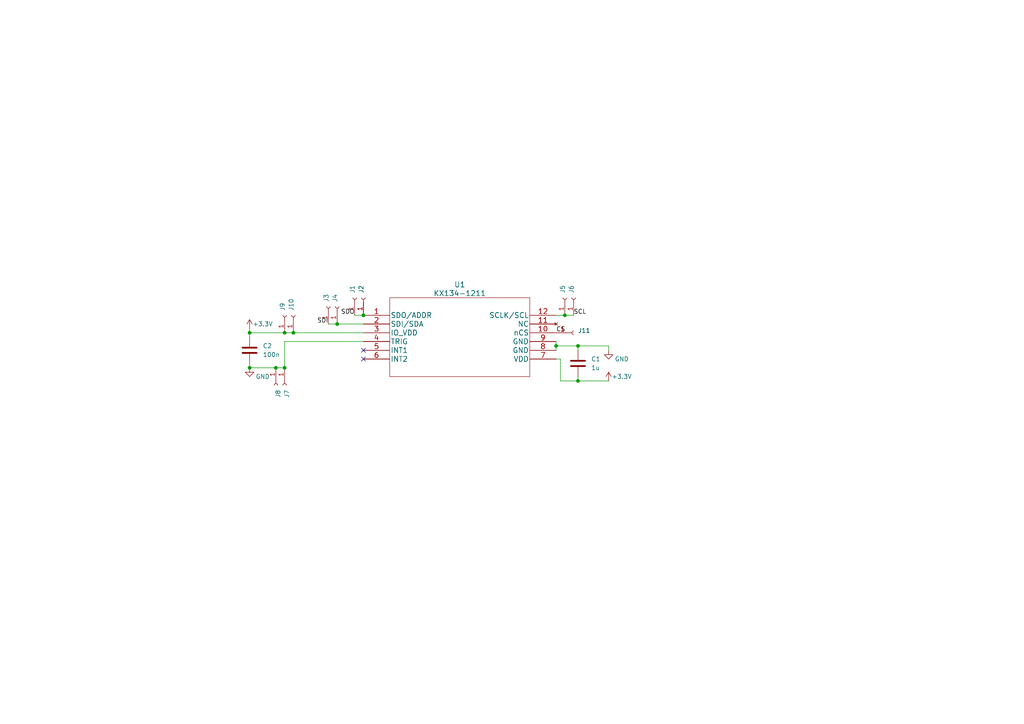
<source format=kicad_sch>
(kicad_sch (version 20230121) (generator eeschema)
  (paper "A4")
  (lib_symbols
    (symbol "00_custom:KX134-1211" (pin_names (offset 0.254))
      (property "Reference" "U" (at 27.94 10.16 0))
      (property "Value" "KX134-1211" (at 27.94 7.62 0))
      (symbol "KX134-1211_1_1"
        (polyline (pts (xy 7.62 -17.78) (xy 48.26 -17.78)) (stroke (width 0.127)))
        (polyline (pts (xy 7.62 5.08) (xy 7.62 -17.78)) (stroke (width 0.127)))
        (polyline (pts (xy 48.26 -17.78) (xy 48.26 5.08)) (stroke (width 0.127)))
        (polyline (pts (xy 48.26 5.08) (xy 7.62 5.08)) (stroke (width 0.127)))
        (pin bidirectional line (at 0 0 0) (length 7.62) (name "SDO/ADDR") (number "1"))
        (pin input line (at 55.88 -5.08 180) (length 7.62) (name "nCS") (number "10"))
        (pin no_connect line (at 55.88 -2.54 180) (length 7.62) (name "NC") (number "11"))
        (pin input line (at 55.88 0 180) (length 7.62) (name "SCLK/SCL") (number "12"))
        (pin bidirectional line (at 0 -2.54 0) (length 7.62) (name "SDI/SDA") (number "2"))
        (pin power_in line (at 0 -5.08 0) (length 7.62) (name "IO_VDD") (number "3"))
        (pin input line (at 0 -7.62 0) (length 7.62) (name "TRIG") (number "4"))
        (pin output line (at 0 -10.16 0) (length 7.62) (name "INT1") (number "5"))
        (pin output line (at 0 -12.7 0) (length 7.62) (name "INT2") (number "6"))
        (pin power_in line (at 55.88 -12.7 180) (length 7.62) (name "VDD") (number "7"))
        (pin power_in line (at 55.88 -10.16 180) (length 7.62) (name "GND") (number "8"))
        (pin power_in line (at 55.88 -7.62 180) (length 7.62) (name "GND") (number "9"))
      )
    )
    (symbol "Connector:Conn_01x01_Female" (pin_names (offset 1.016) hide)
      (property "Reference" "J" (at 0 2.54 0))
      (property "Value" "Conn_01x01_Female" (at 0 -2.54 0))
      (symbol "Conn_01x01_Female_1_1"
        (polyline (pts (xy -1.27 0) (xy -0.508 0)) (stroke (width 0.1524)))
        (arc (start 0 0.508) (mid -0.5058 0) (end 0 -0.508) (stroke (width 0.1524)))
        (pin passive line (at -5.08 0 0) (length 3.81) (name "Pin_1") (number "1"))
      )
    )
    (symbol "Device:C" (pin_numbers hide) (pin_names (offset 0.254))
      (property "Reference" "C" (at 0.635 2.54 0))
      (property "Value" "C" (at 0.635 -2.54 0))
      (symbol "C_0_1"
        (polyline (pts (xy -2.032 -0.762) (xy 2.032 -0.762)) (stroke (width 0.508)))
        (polyline (pts (xy -2.032 0.762) (xy 2.032 0.762)) (stroke (width 0.508)))
      )
      (symbol "C_1_1"
        (pin passive line (at 0 3.81 270) (length 2.794) (name "~") (number "1"))
        (pin passive line (at 0 -3.81 90) (length 2.794) (name "~") (number "2"))
      )
    )
    (symbol "power:+3.3V" (power) (pin_names (offset 0))
      (property "Value" "+3.3V" (at 0 3.556 0))
      (symbol "+3.3V_0_1"
        (polyline (pts (xy -0.762 1.27) (xy 0 2.54)))
        (polyline (pts (xy 0 0) (xy 0 2.54)))
        (polyline (pts (xy 0 2.54) (xy 0.762 1.27)))
      )
      (symbol "+3.3V_1_1"
        (pin power_in line (at 0 0 90) (length 0) hide (name "+3.3V") (number "1"))
      )
    )
    (symbol "power:GND" (power) (pin_names (offset 0))
      (property "Value" "GND" (at 0 -3.81 0))
      (symbol "GND_0_1"
        (polyline (pts (xy 0 0) (xy 0 -1.27) (xy 1.27 -1.27) (xy 0 -2.54) (xy -1.27 -1.27) (xy 0 -1.27)))
      )
      (symbol "GND_1_1"
        (pin power_in line (at 0 0 270) (length 0) hide (name "GND") (number "1"))
      )
    )
  )
  (junction (at 82.55 106.68))
  (junction (at 105.41 91.44))
  (junction (at 72.39 96.52))
  (junction (at 82.55 96.52))
  (junction (at 167.64 110.49))
  (junction (at 85.09 96.52))
  (junction (at 72.39 106.68))
  (junction (at 161.29 100.33))
  (junction (at 97.79 93.98))
  (junction (at 163.83 91.44))
  (junction (at 80.01 106.68))
  (junction (at 167.64 100.33))
  (no_connect (at 105.41 101.6))
  (no_connect (at 105.41 104.14))
  (wire (pts (xy 167.64 101.6) (xy 167.64 100.33)))
  (wire (pts (xy 105.41 99.06) (xy 82.55 99.06)))
  (wire (pts (xy 85.09 96.52) (xy 82.55 96.52)))
  (wire (pts (xy 163.83 91.44) (xy 166.37 91.44)))
  (wire (pts (xy 102.87 91.44) (xy 105.41 91.44)))
  (wire (pts (xy 161.29 99.06) (xy 161.29 100.33)))
  (wire (pts (xy 82.55 96.52) (xy 72.39 96.52)))
  (wire (pts (xy 97.79 93.98) (xy 105.41 93.98)))
  (wire (pts (xy 161.29 100.33) (xy 167.64 100.33)))
  (wire (pts (xy 82.55 106.68) (xy 80.01 106.68)))
  (wire (pts (xy 162.56 110.49) (xy 162.56 104.14)))
  (wire (pts (xy 80.01 106.68) (xy 72.39 106.68)))
  (wire (pts (xy 167.64 109.22) (xy 167.64 110.49)))
  (wire (pts (xy 72.39 105.41) (xy 72.39 106.68)))
  (wire (pts (xy 161.29 100.33) (xy 161.29 101.6)))
  (wire (pts (xy 82.55 99.06) (xy 82.55 106.68)))
  (wire (pts (xy 162.56 110.49) (xy 167.64 110.49)))
  (wire (pts (xy 72.39 96.52) (xy 72.39 97.79)))
  (wire (pts (xy 176.53 101.6) (xy 176.53 100.33)))
  (wire (pts (xy 161.29 91.44) (xy 163.83 91.44)))
  (wire (pts (xy 167.64 110.49) (xy 176.53 110.49)))
  (wire (pts (xy 95.25 93.98) (xy 97.79 93.98)))
  (wire (pts (xy 105.41 96.52) (xy 85.09 96.52)))
  (wire (pts (xy 72.39 95.25) (xy 72.39 96.52)))
  (wire (pts (xy 167.64 100.33) (xy 176.53 100.33)))
  (wire (pts (xy 162.56 104.14) (xy 161.29 104.14)))
  (label "SDO" (at 102.87 91.44 180))
  (label "CS" (at 161.29 96.52 0))
  (label "SCL" (at 166.37 91.44 0))
  (label "SDI" (at 95.25 93.98 180))
  (symbol (lib_id "Connector:Conn_01x01_Female") (at 80.01 111.76 270) (unit 1)
    (property "Reference" "J8" (at 80.645 113.03 0) (effects (justify left)))
    (property "Value" "Conn_01x01_Female" (effects hide))
    (property "Footprint" "Connector_Wire:SolderWirePad_1x01_SMD_1x2mm" (effects hide))
  )
  (symbol (lib_id "Connector:Conn_01x01_Female") (at 105.41 86.36 90) (unit 1)
    (property "Reference" "J2" (at 104.775 85.09 0) (effects (justify left)))
    (property "Value" "Conn_01x01_Female" (effects hide))
    (property "Footprint" "Connector_Wire:SolderWirePad_1x01_SMD_1x2mm" (effects hide))
  )
  (symbol (lib_id "Connector:Conn_01x01_Female") (at 166.37 96.52 0) (unit 1)
    (property "Reference" "J11" (at 167.64 95.885 0) (effects (justify left)))
    (property "Value" "Conn_01x01_Female" (effects hide))
    (property "Footprint" "Connector_Wire:SolderWirePad_1x01_SMD_1x2mm" (effects hide))
  )
  (symbol (lib_id "Connector:Conn_01x01_Female") (at 166.37 86.36 90) (unit 1)
    (property "Reference" "J6" (at 165.735 85.09 0) (effects (justify left)))
    (property "Value" "Conn_01x01_Female" (effects hide))
    (property "Footprint" "Connector_Wire:SolderWirePad_1x01_SMD_1x2mm" (effects hide))
  )
  (symbol (lib_id "Connector:Conn_01x01_Female") (at 85.09 91.44 90) (unit 1)
    (property "Reference" "J10" (at 84.455 90.17 0) (effects (justify left)))
    (property "Value" "Conn_01x01_Female" (effects hide))
    (property "Footprint" "Connector_Wire:SolderWirePad_1x01_SMD_1x2mm" (effects hide))
  )
  (symbol (lib_id "Device:C") (at 72.39 101.6 0) (unit 1)
    (property "Reference" "C2" (at 76.2 100.3299 0) (effects (justify left)))
    (property "Value" "100n" (at 76.2 102.8699 0) (effects (justify left)))
    (property "Footprint" "Capacitor_SMD:C_01005_0402Metric" (effects hide))
  )
  (symbol (lib_id "Connector:Conn_01x01_Female") (at 95.25 88.9 90) (unit 1)
    (property "Reference" "J3" (at 94.615 87.63 0) (effects (justify left)))
    (property "Value" "Conn_01x01_Female" (effects hide))
    (property "Footprint" "Connector_Wire:SolderWirePad_1x01_SMD_1x2mm" (effects hide))
  )
  (symbol (lib_id "power:+3.3V") (at 176.53 110.49 0) (unit 1)
    (property "Reference" "#PWR02" (effects hide))
    (property "Value" "+3.3V" (at 180.34 109.22 0))
  )
  (symbol (lib_id "Connector:Conn_01x01_Female") (at 97.79 88.9 90) (unit 1)
    (property "Reference" "J4" (at 97.155 87.63 0) (effects (justify left)))
    (property "Value" "Conn_01x01_Female" (effects hide))
    (property "Footprint" "Connector_Wire:SolderWirePad_1x01_SMD_1x2mm" (effects hide))
  )
  (symbol (lib_id "power:GND") (at 72.39 106.68 0) (unit 1)
    (property "Reference" "#PWR04" (effects hide))
    (property "Value" "GND" (at 76.2 109.22 0))
  )
  (symbol (lib_id "Connector:Conn_01x01_Female") (at 163.83 86.36 90) (unit 1)
    (property "Reference" "J5" (at 163.195 85.09 0) (effects (justify left)))
    (property "Value" "Conn_01x01_Female" (effects hide))
    (property "Footprint" "Connector_Wire:SolderWirePad_1x01_SMD_1x2mm" (effects hide))
  )
  (symbol (lib_id "power:+3.3V") (at 72.39 95.25 0) (unit 1)
    (property "Reference" "#PWR03" (effects hide))
    (property "Value" "+3.3V" (at 76.2 93.98 0))
  )
  (symbol (lib_id "Connector:Conn_01x01_Female") (at 102.87 86.36 90) (unit 1)
    (property "Reference" "J1" (at 102.235 85.09 0) (effects (justify left)))
    (property "Value" "Conn_01x01_Female" (effects hide))
    (property "Footprint" "Connector_Wire:SolderWirePad_1x01_SMD_1x2mm" (effects hide))
  )
  (symbol (lib_id "power:GND") (at 176.53 101.6 0) (unit 1)
    (property "Reference" "#PWR01" (effects hide))
    (property "Value" "GND" (at 180.34 104.14 0))
  )
  (symbol (lib_id "00_custom:KX134-1211") (at 105.41 91.44 0) (unit 1)
    (property "Reference" "U1" (at 133.35 82.55 0) (effects (font (size 1.524 1.524))))
    (property "Value" "KX134-1211" (at 133.35 85.09 0) (effects (font (size 1.524 1.524))))
    (property "Footprint" "00_custom-footprints:KX134-1211" (effects hide))
  )
  (symbol (lib_id "Connector:Conn_01x01_Female") (at 82.55 111.76 270) (unit 1)
    (property "Reference" "J7" (at 83.185 113.03 0) (effects (justify left)))
    (property "Value" "Conn_01x01_Female" (effects hide))
    (property "Footprint" "Connector_Wire:SolderWirePad_1x01_SMD_1x2mm" (effects hide))
  )
  (symbol (lib_id "Connector:Conn_01x01_Female") (at 82.55 91.44 90) (unit 1)
    (property "Reference" "J9" (at 81.915 90.17 0) (effects (justify left)))
    (property "Value" "Conn_01x01_Female" (effects hide))
    (property "Footprint" "Connector_Wire:SolderWirePad_1x01_SMD_1x2mm" (effects hide))
  )
  (symbol (lib_id "Device:C") (at 167.64 105.41 0) (unit 1)
    (property "Reference" "C1" (at 171.45 104.1399 0) (effects (justify left)))
    (property "Value" "1u" (at 171.45 106.6799 0) (effects (justify left)))
    (property "Footprint" "Capacitor_SMD:C_01005_0402Metric" (effects hide))
  )
)
</source>
